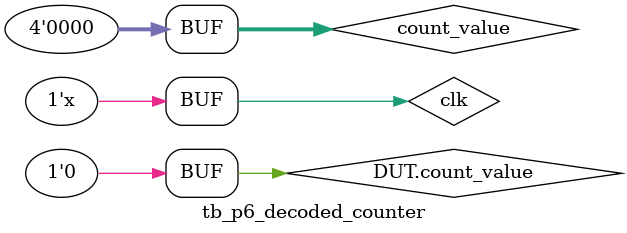
<source format=v>
module tb_p6_decade_counter();
    // Mode declaration
    reg clk;
    wire [3:0] q;

    // Instantiate given model
    decade_counter UUT (q,clk);

    initial begin
        clk = 0;
        // Assume initial value is zero
        UUT.q = 4'b0000;
    end

    always #10 clk = ~clk;

    // Display all parameters
    initial begin
        $display("time\t clk q");
        $monitor("%g\t  %b  %h",$time,clk,q);
    end
endmodule

// Testbench for given model
module tb_p6_decoded_counter();
    // Mode Declaration
    reg clk;
    wire ctrl;
    wire [3:0] count_value;

    // Instantiate given model
    decoded_counter DUT (ctrl,clk);

    assign count_value = DUT.count_value;
    initial begin
        clk = 0;
        // Assume initial value is zero
        DUT.count_value = 4'b0000;
    end

    always #10 clk = ~clk;

    // Display all parameters
    initial begin
        $display("time\t clk count_value ctrl");
        $monitor("%g\t   %b      %d       %b",$time,clk,DUT.count_value,ctrl);
    end
endmodule
</source>
